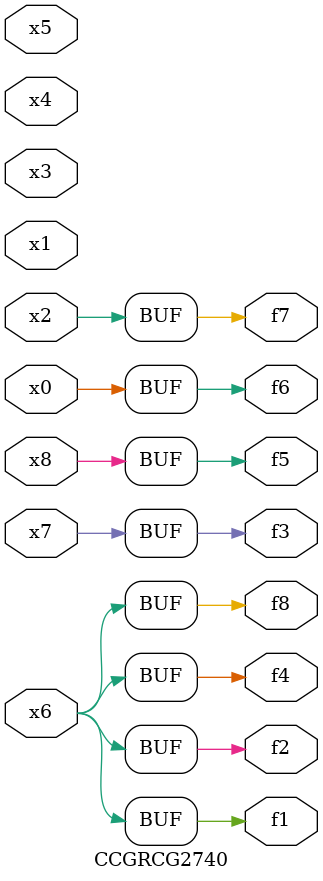
<source format=v>
module CCGRCG2740(
	input x0, x1, x2, x3, x4, x5, x6, x7, x8,
	output f1, f2, f3, f4, f5, f6, f7, f8
);
	assign f1 = x6;
	assign f2 = x6;
	assign f3 = x7;
	assign f4 = x6;
	assign f5 = x8;
	assign f6 = x0;
	assign f7 = x2;
	assign f8 = x6;
endmodule

</source>
